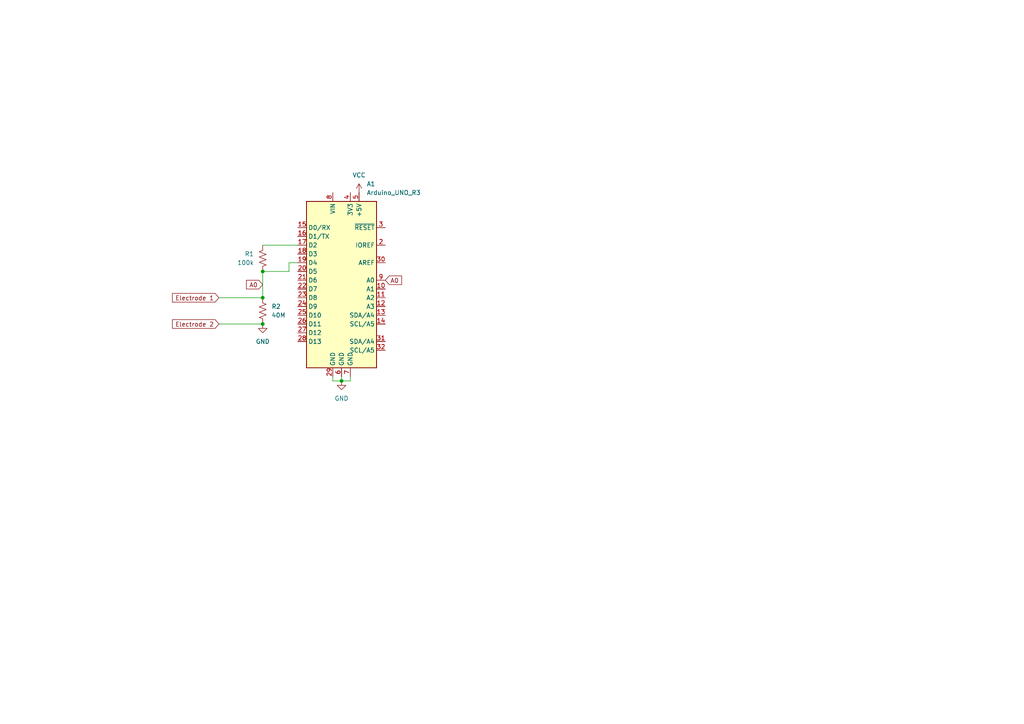
<source format=kicad_sch>
(kicad_sch (version 20231120) (generator "eeschema") (generator_version "8.0")
  (paper "A4")
  (lib_symbols
    (symbol "Device:R_US" (pin_numbers hide) (pin_names (offset 0))
      (property "Reference" "R" (at 2.54 0 90))
      (property "Value" "R_US" (at -2.54 0 90))
      (symbol "R_US_0_1"
        (polyline (pts (xy 0 -2.286) (xy 0 -2.54)))
        (polyline (pts (xy 0 2.286) (xy 0 2.54)))
        (polyline (pts (xy 0 -0.762) (xy 1.016 -1.143) (xy 0 -1.524) (xy -1.016 -1.905) (xy 0 -2.286)))
        (polyline (pts (xy 0 0.762) (xy 1.016 0.381) (xy 0 0) (xy -1.016 -0.381) (xy 0 -0.762)))
        (polyline (pts (xy 0 2.286) (xy 1.016 1.905) (xy 0 1.524) (xy -1.016 1.143) (xy 0 0.762)))
      )
      (symbol "R_US_1_1"
        (pin passive line (at 0 3.81 270) (length 1.27) (name "~") (number "1"))
        (pin passive line (at 0 -3.81 90) (length 1.27) (name "~") (number "2"))
      )
    )
    (symbol "MCU_Module:Arduino_UNO_R3"
      (property "Reference" "A" (at -10.16 23.495 0))
      (property "Value" "Arduino_UNO_R3" (at 5.08 -26.67 0))
      (symbol "Arduino_UNO_R3_0_1"
        (rectangle (start -10.16 22.86) (end 10.16 -25.4) (stroke (width 0.254)) (fill (type background)))
      )
      (symbol "Arduino_UNO_R3_1_1"
        (pin no_connect line (at -10.16 -20.32 0) (length 2.54) hide (name "NC") (number "1"))
        (pin bidirectional line (at 12.7 -2.54 180) (length 2.54) (name "A1") (number "10"))
        (pin bidirectional line (at 12.7 -5.08 180) (length 2.54) (name "A2") (number "11"))
        (pin bidirectional line (at 12.7 -7.62 180) (length 2.54) (name "A3") (number "12"))
        (pin bidirectional line (at 12.7 -10.16 180) (length 2.54) (name "SDA/A4") (number "13"))
        (pin bidirectional line (at 12.7 -12.7 180) (length 2.54) (name "SCL/A5") (number "14"))
        (pin bidirectional line (at -12.7 15.24 0) (length 2.54) (name "D0/RX") (number "15"))
        (pin bidirectional line (at -12.7 12.7 0) (length 2.54) (name "D1/TX") (number "16"))
        (pin bidirectional line (at -12.7 10.16 0) (length 2.54) (name "D2") (number "17"))
        (pin bidirectional line (at -12.7 7.62 0) (length 2.54) (name "D3") (number "18"))
        (pin bidirectional line (at -12.7 5.08 0) (length 2.54) (name "D4") (number "19"))
        (pin output line (at 12.7 10.16 180) (length 2.54) (name "IOREF") (number "2"))
        (pin bidirectional line (at -12.7 2.54 0) (length 2.54) (name "D5") (number "20"))
        (pin bidirectional line (at -12.7 0 0) (length 2.54) (name "D6") (number "21"))
        (pin bidirectional line (at -12.7 -2.54 0) (length 2.54) (name "D7") (number "22"))
        (pin bidirectional line (at -12.7 -5.08 0) (length 2.54) (name "D8") (number "23"))
        (pin bidirectional line (at -12.7 -7.62 0) (length 2.54) (name "D9") (number "24"))
        (pin bidirectional line (at -12.7 -10.16 0) (length 2.54) (name "D10") (number "25"))
        (pin bidirectional line (at -12.7 -12.7 0) (length 2.54) (name "D11") (number "26"))
        (pin bidirectional line (at -12.7 -15.24 0) (length 2.54) (name "D12") (number "27"))
        (pin bidirectional line (at -12.7 -17.78 0) (length 2.54) (name "D13") (number "28"))
        (pin power_in line (at -2.54 -27.94 90) (length 2.54) (name "GND") (number "29"))
        (pin input line (at 12.7 15.24 180) (length 2.54) (name "~{RESET}") (number "3"))
        (pin input line (at 12.7 5.08 180) (length 2.54) (name "AREF") (number "30"))
        (pin bidirectional line (at 12.7 -17.78 180) (length 2.54) (name "SDA/A4") (number "31"))
        (pin bidirectional line (at 12.7 -20.32 180) (length 2.54) (name "SCL/A5") (number "32"))
        (pin power_out line (at 2.54 25.4 270) (length 2.54) (name "3V3") (number "4"))
        (pin power_out line (at 5.08 25.4 270) (length 2.54) (name "+5V") (number "5"))
        (pin power_in line (at 0 -27.94 90) (length 2.54) (name "GND") (number "6"))
        (pin power_in line (at 2.54 -27.94 90) (length 2.54) (name "GND") (number "7"))
        (pin power_in line (at -2.54 25.4 270) (length 2.54) (name "VIN") (number "8"))
        (pin bidirectional line (at 12.7 0 180) (length 2.54) (name "A0") (number "9"))
      )
    )
    (symbol "power:GND" (power) (pin_numbers hide) (pin_names (offset 0) hide)
      (property "Value" "GND" (at 0 -3.81 0))
      (symbol "GND_0_1"
        (polyline (pts (xy 0 0) (xy 0 -1.27) (xy 1.27 -1.27) (xy 0 -2.54) (xy -1.27 -1.27) (xy 0 -1.27)))
      )
      (symbol "GND_1_1"
        (pin power_in line (at 0 0 270) (length 0) (name "~") (number "1"))
      )
    )
    (symbol "power:VCC" (power) (pin_numbers hide) (pin_names (offset 0) hide)
      (property "Value" "VCC" (at 0 3.556 0))
      (symbol "VCC_0_1"
        (polyline (pts (xy -0.762 1.27) (xy 0 2.54)))
        (polyline (pts (xy 0 0) (xy 0 2.54)))
        (polyline (pts (xy 0 2.54) (xy 0.762 1.27)))
      )
      (symbol "VCC_1_1"
        (pin power_in line (at 0 0 90) (length 0) (name "~") (number "1"))
      )
    )
  )
  (junction (at 76.2 86.36))
  (junction (at 76.2 78.74))
  (junction (at 76.2 93.98))
  (junction (at 99.06 110.49))
  (wire (pts (xy 63.5 93.98) (xy 76.2 93.98)))
  (wire (pts (xy 63.5 86.36) (xy 76.2 86.36)))
  (wire (pts (xy 83.82 78.74) (xy 83.82 76.2)))
  (wire (pts (xy 101.6 110.49) (xy 101.6 109.22)))
  (wire (pts (xy 76.2 78.74) (xy 83.82 78.74)))
  (wire (pts (xy 83.82 76.2) (xy 86.36 76.2)))
  (wire (pts (xy 96.52 110.49) (xy 96.52 109.22)))
  (wire (pts (xy 99.06 110.49) (xy 96.52 110.49)))
  (wire (pts (xy 99.06 110.49) (xy 101.6 110.49)))
  (wire (pts (xy 99.06 109.22) (xy 99.06 110.49)))
  (wire (pts (xy 76.2 78.74) (xy 76.2 86.36)))
  (wire (pts (xy 86.36 71.12) (xy 76.2 71.12)))
  (global_label "A0" (shape input) (at 76.2 82.55 180) (property "Intersheetrefs" "${INTERSHEET_REFS}" (effects (hide yes))))
  (global_label "Electrode 1" (shape input) (at 63.5 86.36 180) (property "Intersheetrefs" "${INTERSHEET_REFS}" (effects (hide yes))))
  (global_label "Electrode 2" (shape input) (at 63.5 93.98 180) (property "Intersheetrefs" "${INTERSHEET_REFS}" (effects (hide yes))))
  (global_label "A0" (shape input) (at 111.76 81.28 0) (property "Intersheetrefs" "${INTERSHEET_REFS}" (effects (hide yes))))
  (symbol (lib_id "power:VCC") (at 104.14 55.88 0) (unit 1)
    (property "Reference" "#PWR03" (effects (hide yes)))
    (property "Value" "VCC" (at 104.14 50.8 0))
    (property "Description" "Power symbol creates a global label with name \"VCC\"" (effects (hide yes)))
  )
  (symbol (lib_id "Device:R_US") (at 76.2 74.93 0) (mirror y) (unit 1)
    (property "Reference" "R1" (at 73.66 73.6599 0) (effects (justify left)))
    (property "Value" "100k" (at 73.66 76.1999 0) (effects (justify left)))
    (property "Description" "Resistor, US symbol" (effects (hide yes)))
  )
  (symbol (lib_id "MCU_Module:Arduino_UNO_R3") (at 99.06 81.28 0) (unit 1)
    (property "Reference" "A1" (at 106.3341 53.34 0) (effects (justify left)))
    (property "Value" "Arduino_UNO_R3" (at 106.3341 55.88 0) (effects (justify left)))
    (property "Footprint" "Module:Arduino_UNO_R3" (effects (hide yes)))
    (property "Datasheet" "https://www.arduino.cc/en/Main/arduinoBoardUno" (effects (hide yes)))
    (property "Description" "Arduino UNO Microcontroller Module, release 3" (effects (hide yes)))
  )
  (symbol (lib_id "power:GND") (at 76.2 93.98 0) (unit 1)
    (property "Reference" "#PWR02" (effects (hide yes)))
    (property "Value" "GND" (at 76.2 99.06 0))
    (property "Description" "Power symbol creates a global label with name \"GND\" , ground" (effects (hide yes)))
  )
  (symbol (lib_id "Device:R_US") (at 76.2 90.17 0) (unit 1)
    (property "Reference" "R2" (at 78.74 88.8999 0) (effects (justify left)))
    (property "Value" "40M" (at 78.74 91.4399 0) (effects (justify left)))
    (property "Description" "Resistor, US symbol" (effects (hide yes)))
  )
  (symbol (lib_id "power:GND") (at 99.06 110.49 0) (unit 1)
    (property "Reference" "#PWR01" (effects (hide yes)))
    (property "Value" "GND" (at 99.06 115.57 0))
    (property "Description" "Power symbol creates a global label with name \"GND\" , ground" (effects (hide yes)))
  )
)
</source>
